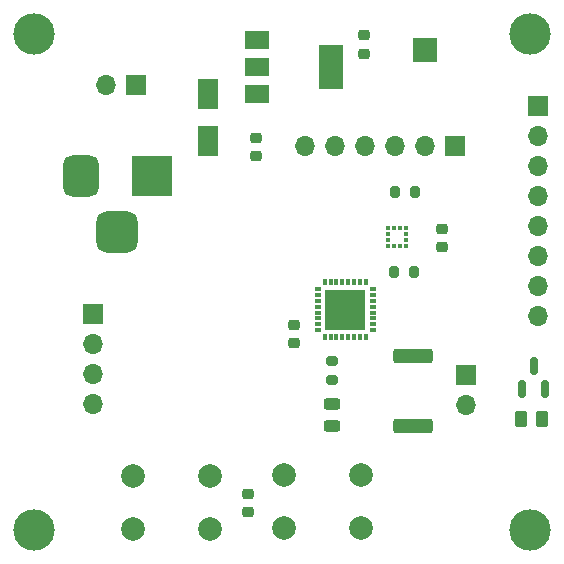
<source format=gbr>
%TF.GenerationSoftware,KiCad,Pcbnew,6.0.9-8da3e8f707~117~ubuntu22.04.1*%
%TF.CreationDate,2023-05-10T19:22:08-04:00*%
%TF.ProjectId,a2bikelight,61326269-6b65-46c6-9967-68742e6b6963,rev?*%
%TF.SameCoordinates,Original*%
%TF.FileFunction,Soldermask,Top*%
%TF.FilePolarity,Negative*%
%FSLAX46Y46*%
G04 Gerber Fmt 4.6, Leading zero omitted, Abs format (unit mm)*
G04 Created by KiCad (PCBNEW 6.0.9-8da3e8f707~117~ubuntu22.04.1) date 2023-05-10 19:22:08*
%MOMM*%
%LPD*%
G01*
G04 APERTURE LIST*
G04 Aperture macros list*
%AMRoundRect*
0 Rectangle with rounded corners*
0 $1 Rounding radius*
0 $2 $3 $4 $5 $6 $7 $8 $9 X,Y pos of 4 corners*
0 Add a 4 corners polygon primitive as box body*
4,1,4,$2,$3,$4,$5,$6,$7,$8,$9,$2,$3,0*
0 Add four circle primitives for the rounded corners*
1,1,$1+$1,$2,$3*
1,1,$1+$1,$4,$5*
1,1,$1+$1,$6,$7*
1,1,$1+$1,$8,$9*
0 Add four rect primitives between the rounded corners*
20,1,$1+$1,$2,$3,$4,$5,0*
20,1,$1+$1,$4,$5,$6,$7,0*
20,1,$1+$1,$6,$7,$8,$9,0*
20,1,$1+$1,$8,$9,$2,$3,0*%
G04 Aperture macros list end*
%ADD10R,1.700000X1.700000*%
%ADD11O,1.700000X1.700000*%
%ADD12RoundRect,0.150000X0.150000X-0.587500X0.150000X0.587500X-0.150000X0.587500X-0.150000X-0.587500X0*%
%ADD13RoundRect,0.225000X-0.250000X0.225000X-0.250000X-0.225000X0.250000X-0.225000X0.250000X0.225000X0*%
%ADD14C,3.500000*%
%ADD15R,0.600000X0.300000*%
%ADD16R,0.300000X0.600000*%
%ADD17R,3.450000X3.450000*%
%ADD18RoundRect,0.225000X0.250000X-0.225000X0.250000X0.225000X-0.250000X0.225000X-0.250000X-0.225000X0*%
%ADD19R,2.000000X2.000000*%
%ADD20RoundRect,0.200000X-0.275000X0.200000X-0.275000X-0.200000X0.275000X-0.200000X0.275000X0.200000X0*%
%ADD21R,1.800000X2.500000*%
%ADD22RoundRect,0.200000X0.200000X0.275000X-0.200000X0.275000X-0.200000X-0.275000X0.200000X-0.275000X0*%
%ADD23C,2.000000*%
%ADD24R,0.375000X0.350000*%
%ADD25R,0.350000X0.375000*%
%ADD26RoundRect,0.250000X1.425000X-0.362500X1.425000X0.362500X-1.425000X0.362500X-1.425000X-0.362500X0*%
%ADD27RoundRect,0.250000X0.262500X0.450000X-0.262500X0.450000X-0.262500X-0.450000X0.262500X-0.450000X0*%
%ADD28R,3.500000X3.500000*%
%ADD29RoundRect,0.750000X-0.750000X-1.000000X0.750000X-1.000000X0.750000X1.000000X-0.750000X1.000000X0*%
%ADD30RoundRect,0.875000X-0.875000X-0.875000X0.875000X-0.875000X0.875000X0.875000X-0.875000X0.875000X0*%
%ADD31RoundRect,0.243750X0.456250X-0.243750X0.456250X0.243750X-0.456250X0.243750X-0.456250X-0.243750X0*%
%ADD32R,2.000000X1.500000*%
%ADD33R,2.000000X3.800000*%
G04 APERTURE END LIST*
D10*
%TO.C,J5*%
X140600000Y-132925000D03*
D11*
X140600000Y-135465000D03*
%TD*%
D12*
%TO.C,Q1*%
X146300000Y-132162500D03*
X147250000Y-134037500D03*
X145350000Y-134037500D03*
%TD*%
D13*
%TO.C,C1*%
X122800000Y-112825000D03*
X122800000Y-114375000D03*
%TD*%
D14*
%TO.C,H1*%
X146000000Y-104000000D03*
%TD*%
D13*
%TO.C,C6*%
X122100000Y-142925000D03*
X122100000Y-144475000D03*
%TD*%
D15*
%TO.C,U1*%
X128000000Y-125600000D03*
X128000000Y-126100000D03*
X128000000Y-126600000D03*
X128000000Y-127100000D03*
X128000000Y-127600000D03*
X128000000Y-128100000D03*
X128000000Y-128600000D03*
X128000000Y-129100000D03*
D16*
X128600000Y-129700000D03*
X129100000Y-129700000D03*
X129600000Y-129700000D03*
X130100000Y-129700000D03*
X130600000Y-129700000D03*
X131100000Y-129700000D03*
X131600000Y-129700000D03*
X132100000Y-129700000D03*
D15*
X132700000Y-129100000D03*
X132700000Y-128600000D03*
X132700000Y-128100000D03*
X132700000Y-127600000D03*
X132700000Y-127100000D03*
X132700000Y-126600000D03*
X132700000Y-126100000D03*
X132700000Y-125600000D03*
D16*
X132100000Y-125000000D03*
X131600000Y-125000000D03*
X131100000Y-125000000D03*
X130600000Y-125000000D03*
X130100000Y-125000000D03*
X129600000Y-125000000D03*
X129100000Y-125000000D03*
X128600000Y-125000000D03*
D17*
X130350000Y-127350000D03*
%TD*%
D18*
%TO.C,C3*%
X138500000Y-122075000D03*
X138500000Y-120525000D03*
%TD*%
%TO.C,C2*%
X131900000Y-105675000D03*
X131900000Y-104125000D03*
%TD*%
D19*
%TO.C,TP1*%
X137100000Y-105400000D03*
%TD*%
D14*
%TO.C,H4*%
X104000000Y-104000000D03*
%TD*%
D20*
%TO.C,R5*%
X129200000Y-131675000D03*
X129200000Y-133325000D03*
%TD*%
D21*
%TO.C,D1*%
X118700000Y-109100000D03*
X118700000Y-113100000D03*
%TD*%
D22*
%TO.C,R1*%
X136225000Y-117400000D03*
X134575000Y-117400000D03*
%TD*%
D23*
%TO.C,SW1*%
X125150000Y-145850000D03*
X131650000Y-145850000D03*
X131650000Y-141350000D03*
X125150000Y-141350000D03*
%TD*%
D24*
%TO.C,U3*%
X133937500Y-120450000D03*
X133937500Y-120950000D03*
X133937500Y-121450000D03*
X133937500Y-121950000D03*
D25*
X134450000Y-121962500D03*
X134950000Y-121962500D03*
D24*
X135462500Y-121950000D03*
X135462500Y-121450000D03*
X135462500Y-120950000D03*
X135462500Y-120450000D03*
D25*
X134950000Y-120437500D03*
X134450000Y-120437500D03*
%TD*%
D14*
%TO.C,H3*%
X104000000Y-146000000D03*
%TD*%
D22*
%TO.C,R2*%
X136125000Y-124200000D03*
X134475000Y-124200000D03*
%TD*%
D10*
%TO.C,J2*%
X112600000Y-108300000D03*
D11*
X110060000Y-108300000D03*
%TD*%
D14*
%TO.C,H2*%
X146000000Y-146000000D03*
%TD*%
D18*
%TO.C,C4*%
X126000000Y-130175000D03*
X126000000Y-128625000D03*
%TD*%
D23*
%TO.C,SW2*%
X112400000Y-145900000D03*
X118900000Y-145900000D03*
X112400000Y-141400000D03*
X118900000Y-141400000D03*
%TD*%
D26*
%TO.C,R4*%
X136100000Y-137162500D03*
X136100000Y-131237500D03*
%TD*%
D10*
%TO.C,J4*%
X139650000Y-113500000D03*
D11*
X137110000Y-113500000D03*
X134570000Y-113500000D03*
X132030000Y-113500000D03*
X129490000Y-113500000D03*
X126950000Y-113500000D03*
%TD*%
D27*
%TO.C,R3*%
X145187500Y-136600000D03*
X147012500Y-136600000D03*
%TD*%
D10*
%TO.C,J6*%
X146700000Y-110100000D03*
D11*
X146700000Y-112640000D03*
X146700000Y-115180000D03*
X146700000Y-117720000D03*
X146700000Y-120260000D03*
X146700000Y-122800000D03*
X146700000Y-125340000D03*
X146700000Y-127880000D03*
%TD*%
D28*
%TO.C,J1*%
X114000000Y-116042500D03*
D29*
X108000000Y-116042500D03*
D30*
X111000000Y-120742500D03*
%TD*%
D31*
%TO.C,D2*%
X129200000Y-137237500D03*
X129200000Y-135362500D03*
%TD*%
D10*
%TO.C,J3*%
X109000000Y-127700000D03*
D11*
X109000000Y-130240000D03*
X109000000Y-132780000D03*
X109000000Y-135320000D03*
%TD*%
D32*
%TO.C,U2*%
X122850000Y-104500000D03*
D33*
X129150000Y-106800000D03*
D32*
X122850000Y-106800000D03*
X122850000Y-109100000D03*
%TD*%
M02*

</source>
